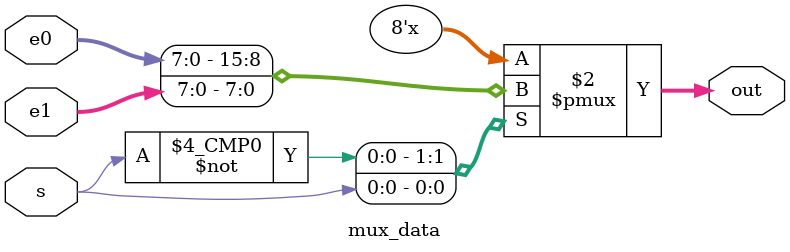
<source format=v>
module mux_data(e0, e1, s, out);
   input [7:0] e0, e1;
   input       s;
   output [7:0] out;
   
   wire [7:0]   e0, e1;
   wire         s;
   reg [7:0]    out;
   
   always @(*) begin
      case(s)
         1'b0: out = e0;
         1'b1: out = e1;
      endcase
   end
endmodule


</source>
